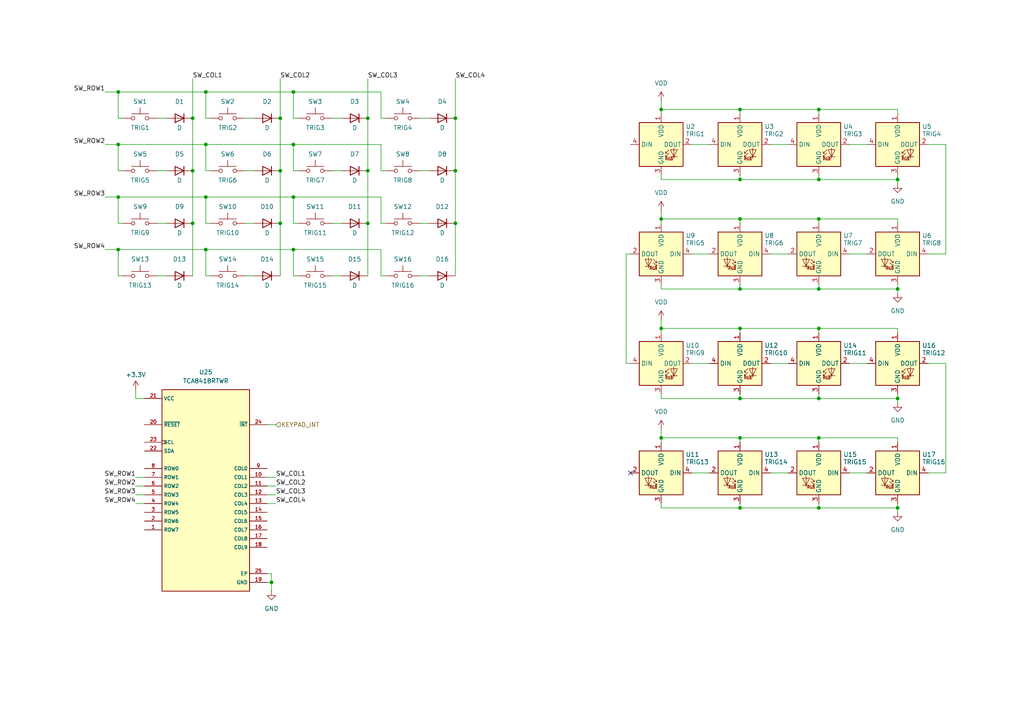
<source format=kicad_sch>
(kicad_sch (version 20250114) (generator "eeschema") (generator_version "9.0")
  (paper "A4")
  (lib_symbols
    (symbol "Device:D" (pin_numbers (hide yes)) (pin_names (offset 1.016) (hide yes))
      (property "Reference" "D" (at 0 2.54 0))
      (property "Value" "D" (at 0 -2.54 0))
      (symbol "D_0_1"
        (polyline (pts (xy -1.27 1.27) (xy -1.27 -1.27)) (stroke (width 0.254)))
        (polyline (pts (xy 1.27 1.27) (xy 1.27 -1.27) (xy -1.27 0) (xy 1.27 1.27)) (stroke (width 0.254)))
        (polyline (pts (xy 1.27 0) (xy -1.27 0)))
      )
      (symbol "D_1_1"
        (pin passive line (at -3.81 0 0) (length 2.54) (name "K") (number "1"))
        (pin passive line (at 3.81 0 180) (length 2.54) (name "A") (number "2"))
      )
    )
    (symbol "Switch:SW_Push" (pin_numbers (hide yes)) (pin_names (offset 1.016) (hide yes))
      (property "Reference" "SW" (at 1.27 2.54 0))
      (property "Value" "SW_Push" (at 0 -1.524 0))
      (symbol "SW_Push_0_1"
        (circle (center -2.032 0) (radius 0.508))
        (polyline (pts (xy 0 1.27) (xy 0 3.048)))
        (circle (center 2.032 0) (radius 0.508))
        (polyline (pts (xy 2.54 1.27) (xy -2.54 1.27)))
        (pin passive line (at -5.08 0 0) (length 2.54) (name "1") (number "1"))
        (pin passive line (at 5.08 0 180) (length 2.54) (name "2") (number "2"))
      )
    )
    (symbol "pocket_synth:SK6812MINI-E"
      (property "Reference" "U" (at 0 0 0))
      (symbol "SK6812MINI-E_0_0"
        (text "RGB" (at 2.286 -4.191 0) (effects (font (size 0.762 0.762))))
      )
      (symbol "SK6812MINI-E_0_1"
        (rectangle (start -6.35 6.35) (end 6.35 -6.35) (stroke (width 0.254)) (fill (type background)))
        (polyline (pts (xy 1.27 -2.54) (xy 1.778 -2.54)))
        (polyline (pts (xy 1.27 -3.556) (xy 1.778 -3.556)))
        (polyline (pts (xy 2.286 -1.524) (xy 1.27 -2.54) (xy 1.27 -2.032)))
        (polyline (pts (xy 2.286 -2.54) (xy 1.27 -3.556) (xy 1.27 -3.048)))
        (polyline (pts (xy 3.683 -1.016) (xy 3.683 -3.556) (xy 3.683 -4.064)))
        (polyline (pts (xy 4.699 -1.524) (xy 2.667 -1.524) (xy 3.683 -3.556) (xy 4.699 -1.524)))
        (polyline (pts (xy 4.699 -3.556) (xy 2.667 -3.556)))
      )
      (symbol "SK6812MINI-E_1_1"
        (pin input line (at -8.89 0 0) (length 2.54) (name "DIN") (number "4"))
        (pin power_in line (at 0 8.89 270) (length 2.54) (name "VDD") (number "1"))
        (pin power_in line (at 0 -8.89 90) (length 2.54) (name "GND") (number "3"))
        (pin output line (at 8.89 0 180) (length 2.54) (name "DOUT") (number "2"))
      )
    )
    (symbol "pocket_synth:TCA8418RTWR"
      (property "Reference" "U" (at 0 0 0))
      (property "Value" "TCA8418RTWR" (at 0 0 0))
      (symbol "TCA8418RTWR_0_0"
        (rectangle (start -12.7 29.21) (end 12.7 -29.21) (stroke (width 0.254)) (fill (type background)))
        (pin power_in line (at -17.78 26.67 0) (length 5.08) (name "VCC") (number "21"))
        (pin input line (at -17.78 19.05 0) (length 5.08) (name "~{RESET}") (number "20"))
        (pin input clock (at -17.78 13.97 0) (length 5.08) (name "SCL") (number "23"))
        (pin bidirectional line (at -17.78 11.43 0) (length 5.08) (name "SDA") (number "22"))
        (pin bidirectional line (at -17.78 6.35 0) (length 5.08) (name "ROW0") (number "8"))
        (pin bidirectional line (at -17.78 3.81 0) (length 5.08) (name "ROW1") (number "7"))
        (pin bidirectional line (at -17.78 1.27 0) (length 5.08) (name "ROW2") (number "6"))
        (pin bidirectional line (at -17.78 -1.27 0) (length 5.08) (name "ROW3") (number "5"))
        (pin bidirectional line (at -17.78 -3.81 0) (length 5.08) (name "ROW4") (number "4"))
        (pin bidirectional line (at -17.78 -6.35 0) (length 5.08) (name "ROW5") (number "3"))
        (pin bidirectional line (at -17.78 -8.89 0) (length 5.08) (name "ROW6") (number "2"))
        (pin bidirectional line (at -17.78 -11.43 0) (length 5.08) (name "ROW7") (number "1"))
        (pin output line (at 17.78 19.05 180) (length 5.08) (name "~{INT}") (number "24"))
        (pin bidirectional line (at 17.78 6.35 180) (length 5.08) (name "COL0") (number "9"))
        (pin bidirectional line (at 17.78 3.81 180) (length 5.08) (name "COL1") (number "10"))
        (pin bidirectional line (at 17.78 1.27 180) (length 5.08) (name "COL2") (number "11"))
        (pin bidirectional line (at 17.78 -1.27 180) (length 5.08) (name "COL3") (number "12"))
        (pin bidirectional line (at 17.78 -3.81 180) (length 5.08) (name "COL4") (number "13"))
        (pin bidirectional line (at 17.78 -6.35 180) (length 5.08) (name "COL5") (number "14"))
        (pin bidirectional line (at 17.78 -8.89 180) (length 5.08) (name "COL6") (number "15"))
        (pin bidirectional line (at 17.78 -11.43 180) (length 5.08) (name "COL7") (number "16"))
        (pin bidirectional line (at 17.78 -13.97 180) (length 5.08) (name "COL8") (number "17"))
        (pin bidirectional line (at 17.78 -16.51 180) (length 5.08) (name "COL9") (number "18"))
        (pin passive line (at 17.78 -24.13 180) (length 5.08) (name "EP") (number "25"))
        (pin power_in line (at 17.78 -26.67 180) (length 5.08) (name "GND") (number "19"))
      )
    )
    (symbol "power:+3.3V" (power) (pin_numbers (hide yes)) (pin_names (offset 0) (hide yes))
      (property "Value" "+3.3V" (at 0 3.556 0))
      (symbol "+3.3V_0_1"
        (polyline (pts (xy -0.762 1.27) (xy 0 2.54)))
        (polyline (pts (xy 0 2.54) (xy 0.762 1.27)))
        (polyline (pts (xy 0 0) (xy 0 2.54)))
      )
      (symbol "+3.3V_1_1"
        (pin power_in line (at 0 0 90) (length 0) (name "~") (number "1"))
      )
    )
    (symbol "power:GND" (power) (pin_numbers (hide yes)) (pin_names (offset 0) (hide yes))
      (property "Value" "GND" (at 0 -3.81 0))
      (symbol "GND_0_1"
        (polyline (pts (xy 0 0) (xy 0 -1.27) (xy 1.27 -1.27) (xy 0 -2.54) (xy -1.27 -1.27) (xy 0 -1.27)))
      )
      (symbol "GND_1_1"
        (pin power_in line (at 0 0 270) (length 0) (name "~") (number "1"))
      )
    )
    (symbol "power:VDD" (power) (pin_numbers (hide yes)) (pin_names (offset 0) (hide yes))
      (property "Value" "VDD" (at 0 3.556 0))
      (symbol "VDD_0_1"
        (polyline (pts (xy -0.762 1.27) (xy 0 2.54)))
        (polyline (pts (xy 0 2.54) (xy 0.762 1.27)))
        (polyline (pts (xy 0 0) (xy 0 2.54)))
      )
      (symbol "VDD_1_1"
        (pin power_in line (at 0 0 90) (length 0) (name "~") (number "1"))
      )
    )
  )
  (junction (at 34.29 26.67))
  (junction (at 260.35 52.07))
  (junction (at 214.63 127))
  (junction (at 106.68 49.53))
  (junction (at 237.49 127))
  (junction (at 85.09 72.39))
  (junction (at 214.63 95.25))
  (junction (at 260.35 147.32))
  (junction (at 55.88 64.77))
  (junction (at 191.77 63.5))
  (junction (at 59.69 41.91))
  (junction (at 191.77 31.75))
  (junction (at 260.35 115.57))
  (junction (at 106.68 34.29))
  (junction (at 55.88 49.53))
  (junction (at 59.69 57.15))
  (junction (at 55.88 34.29))
  (junction (at 214.63 63.5))
  (junction (at 34.29 41.91))
  (junction (at 214.63 115.57))
  (junction (at 132.08 49.53))
  (junction (at 260.35 83.82))
  (junction (at 237.49 147.32))
  (junction (at 34.29 57.15))
  (junction (at 237.49 52.07))
  (junction (at 59.69 72.39))
  (junction (at 132.08 34.29))
  (junction (at 85.09 41.91))
  (junction (at 237.49 31.75))
  (junction (at 237.49 115.57))
  (junction (at 191.77 127))
  (junction (at 81.28 34.29))
  (junction (at 214.63 83.82))
  (junction (at 214.63 52.07))
  (junction (at 59.69 26.67))
  (junction (at 106.68 64.77))
  (junction (at 191.77 95.25))
  (junction (at 214.63 31.75))
  (junction (at 81.28 49.53))
  (junction (at 85.09 57.15))
  (junction (at 34.29 72.39))
  (junction (at 237.49 83.82))
  (junction (at 237.49 95.25))
  (junction (at 78.74 168.91))
  (junction (at 132.08 64.77))
  (junction (at 81.28 64.77))
  (junction (at 237.49 63.5))
  (junction (at 85.09 26.67))
  (junction (at 214.63 147.32))
  (no_connect (at 182.88 137.16))
  (wire (pts (xy 59.69 41.91) (xy 59.69 49.53)))
  (wire (pts (xy 86.36 80.01) (xy 85.09 80.01)))
  (wire (pts (xy 85.09 26.67) (xy 85.09 34.29)))
  (wire (pts (xy 45.72 34.29) (xy 48.26 34.29)))
  (wire (pts (xy 71.12 34.29) (xy 73.66 34.29)))
  (wire (pts (xy 191.77 95.25) (xy 191.77 96.52)))
  (wire (pts (xy 86.36 64.77) (xy 85.09 64.77)))
  (wire (pts (xy 34.29 72.39) (xy 34.29 80.01)))
  (wire (pts (xy 274.32 105.41) (xy 274.32 137.16)))
  (wire (pts (xy 110.49 72.39) (xy 110.49 80.01)))
  (wire (pts (xy 41.91 115.57) (xy 39.37 115.57)))
  (wire (pts (xy 191.77 52.07) (xy 214.63 52.07)))
  (wire (pts (xy 191.77 82.55) (xy 191.77 83.82)))
  (wire (pts (xy 214.63 82.55) (xy 214.63 83.82)))
  (wire (pts (xy 191.77 95.25) (xy 214.63 95.25)))
  (wire (pts (xy 71.12 49.53) (xy 73.66 49.53)))
  (wire (pts (xy 251.46 137.16) (xy 246.38 137.16)))
  (wire (pts (xy 274.32 41.91) (xy 274.32 73.66)))
  (wire (pts (xy 77.47 168.91) (xy 78.74 168.91)))
  (wire (pts (xy 237.49 31.75) (xy 260.35 31.75)))
  (wire (pts (xy 55.88 22.86) (xy 55.88 34.29)))
  (wire (pts (xy 59.69 57.15) (xy 85.09 57.15)))
  (wire (pts (xy 237.49 95.25) (xy 260.35 95.25)))
  (wire (pts (xy 200.66 105.41) (xy 205.74 105.41)))
  (wire (pts (xy 214.63 95.25) (xy 237.49 95.25)))
  (wire (pts (xy 200.66 41.91) (xy 205.74 41.91)))
  (wire (pts (xy 121.92 80.01) (xy 124.46 80.01)))
  (wire (pts (xy 269.24 41.91) (xy 274.32 41.91)))
  (wire (pts (xy 260.35 31.75) (xy 260.35 33.02)))
  (wire (pts (xy 110.49 26.67) (xy 110.49 34.29)))
  (wire (pts (xy 30.48 26.67) (xy 34.29 26.67)))
  (wire (pts (xy 191.77 60.96) (xy 191.77 63.5)))
  (wire (pts (xy 191.77 50.8) (xy 191.77 52.07)))
  (wire (pts (xy 214.63 31.75) (xy 237.49 31.75)))
  (wire (pts (xy 260.35 147.32) (xy 260.35 148.59)))
  (wire (pts (xy 85.09 41.91) (xy 85.09 49.53)))
  (wire (pts (xy 45.72 64.77) (xy 48.26 64.77)))
  (wire (pts (xy 39.37 146.05) (xy 41.91 146.05)))
  (wire (pts (xy 214.63 146.05) (xy 214.63 147.32)))
  (wire (pts (xy 30.48 72.39) (xy 34.29 72.39)))
  (wire (pts (xy 274.32 137.16) (xy 269.24 137.16)))
  (wire (pts (xy 55.88 34.29) (xy 55.88 49.53)))
  (wire (pts (xy 181.61 105.41) (xy 182.88 105.41)))
  (wire (pts (xy 45.72 80.01) (xy 48.26 80.01)))
  (wire (pts (xy 121.92 64.77) (xy 124.46 64.77)))
  (wire (pts (xy 121.92 49.53) (xy 124.46 49.53)))
  (wire (pts (xy 269.24 105.41) (xy 274.32 105.41)))
  (wire (pts (xy 237.49 52.07) (xy 260.35 52.07)))
  (wire (pts (xy 214.63 147.32) (xy 237.49 147.32)))
  (wire (pts (xy 96.52 80.01) (xy 99.06 80.01)))
  (wire (pts (xy 35.56 49.53) (xy 34.29 49.53)))
  (wire (pts (xy 237.49 127) (xy 260.35 127)))
  (wire (pts (xy 77.47 166.37) (xy 78.74 166.37)))
  (wire (pts (xy 81.28 34.29) (xy 81.28 49.53)))
  (wire (pts (xy 59.69 41.91) (xy 85.09 41.91)))
  (wire (pts (xy 55.88 64.77) (xy 55.88 80.01)))
  (wire (pts (xy 71.12 64.77) (xy 73.66 64.77)))
  (wire (pts (xy 274.32 73.66) (xy 269.24 73.66)))
  (wire (pts (xy 260.35 146.05) (xy 260.35 147.32)))
  (wire (pts (xy 121.92 34.29) (xy 124.46 34.29)))
  (wire (pts (xy 59.69 26.67) (xy 85.09 26.67)))
  (wire (pts (xy 30.48 57.15) (xy 34.29 57.15)))
  (wire (pts (xy 96.52 64.77) (xy 99.06 64.77)))
  (wire (pts (xy 34.29 41.91) (xy 59.69 41.91)))
  (wire (pts (xy 59.69 72.39) (xy 59.69 80.01)))
  (wire (pts (xy 77.47 146.05) (xy 80.01 146.05)))
  (wire (pts (xy 237.49 95.25) (xy 237.49 96.52)))
  (wire (pts (xy 106.68 49.53) (xy 106.68 64.77)))
  (wire (pts (xy 191.77 92.71) (xy 191.77 95.25)))
  (wire (pts (xy 34.29 72.39) (xy 59.69 72.39)))
  (wire (pts (xy 181.61 73.66) (xy 181.61 105.41)))
  (wire (pts (xy 214.63 127) (xy 214.63 128.27)))
  (wire (pts (xy 59.69 26.67) (xy 59.69 34.29)))
  (wire (pts (xy 35.56 64.77) (xy 34.29 64.77)))
  (wire (pts (xy 237.49 127) (xy 237.49 128.27)))
  (wire (pts (xy 182.88 73.66) (xy 181.61 73.66)))
  (wire (pts (xy 132.08 22.86) (xy 132.08 34.29)))
  (wire (pts (xy 81.28 22.86) (xy 81.28 34.29)))
  (wire (pts (xy 260.35 95.25) (xy 260.35 96.52)))
  (wire (pts (xy 60.96 80.01) (xy 59.69 80.01)))
  (wire (pts (xy 106.68 64.77) (xy 106.68 80.01)))
  (wire (pts (xy 214.63 52.07) (xy 237.49 52.07)))
  (wire (pts (xy 85.09 57.15) (xy 85.09 64.77)))
  (wire (pts (xy 191.77 127) (xy 191.77 128.27)))
  (wire (pts (xy 214.63 63.5) (xy 237.49 63.5)))
  (wire (pts (xy 35.56 80.01) (xy 34.29 80.01)))
  (wire (pts (xy 34.29 57.15) (xy 59.69 57.15)))
  (wire (pts (xy 96.52 34.29) (xy 99.06 34.29)))
  (wire (pts (xy 214.63 115.57) (xy 237.49 115.57)))
  (wire (pts (xy 214.63 114.3) (xy 214.63 115.57)))
  (wire (pts (xy 228.6 137.16) (xy 223.52 137.16)))
  (wire (pts (xy 85.09 26.67) (xy 110.49 26.67)))
  (wire (pts (xy 223.52 41.91) (xy 228.6 41.91)))
  (wire (pts (xy 30.48 41.91) (xy 34.29 41.91)))
  (wire (pts (xy 191.77 146.05) (xy 191.77 147.32)))
  (wire (pts (xy 85.09 72.39) (xy 110.49 72.39)))
  (wire (pts (xy 228.6 73.66) (xy 223.52 73.66)))
  (wire (pts (xy 205.74 73.66) (xy 200.66 73.66)))
  (wire (pts (xy 45.72 49.53) (xy 48.26 49.53)))
  (wire (pts (xy 260.35 114.3) (xy 260.35 115.57)))
  (wire (pts (xy 260.35 115.57) (xy 260.35 116.84)))
  (wire (pts (xy 191.77 31.75) (xy 191.77 33.02)))
  (wire (pts (xy 191.77 114.3) (xy 191.77 115.57)))
  (wire (pts (xy 86.36 34.29) (xy 85.09 34.29)))
  (wire (pts (xy 39.37 138.43) (xy 41.91 138.43)))
  (wire (pts (xy 191.77 31.75) (xy 214.63 31.75)))
  (wire (pts (xy 237.49 146.05) (xy 237.49 147.32)))
  (wire (pts (xy 85.09 57.15) (xy 110.49 57.15)))
  (wire (pts (xy 78.74 166.37) (xy 78.74 168.91)))
  (wire (pts (xy 34.29 26.67) (xy 59.69 26.67)))
  (wire (pts (xy 237.49 31.75) (xy 237.49 33.02)))
  (wire (pts (xy 71.12 80.01) (xy 73.66 80.01)))
  (wire (pts (xy 214.63 50.8) (xy 214.63 52.07)))
  (wire (pts (xy 39.37 143.51) (xy 41.91 143.51)))
  (wire (pts (xy 237.49 83.82) (xy 260.35 83.82)))
  (wire (pts (xy 214.63 95.25) (xy 214.63 96.52)))
  (wire (pts (xy 191.77 63.5) (xy 214.63 63.5)))
  (wire (pts (xy 191.77 63.5) (xy 191.77 64.77)))
  (wire (pts (xy 214.63 83.82) (xy 237.49 83.82)))
  (wire (pts (xy 60.96 34.29) (xy 59.69 34.29)))
  (wire (pts (xy 237.49 50.8) (xy 237.49 52.07)))
  (wire (pts (xy 260.35 52.07) (xy 260.35 53.34)))
  (wire (pts (xy 246.38 41.91) (xy 251.46 41.91)))
  (wire (pts (xy 86.36 49.53) (xy 85.09 49.53)))
  (wire (pts (xy 260.35 82.55) (xy 260.35 83.82)))
  (wire (pts (xy 110.49 41.91) (xy 110.49 49.53)))
  (wire (pts (xy 85.09 41.91) (xy 110.49 41.91)))
  (wire (pts (xy 251.46 73.66) (xy 246.38 73.66)))
  (wire (pts (xy 214.63 31.75) (xy 214.63 33.02)))
  (wire (pts (xy 132.08 34.29) (xy 132.08 49.53)))
  (wire (pts (xy 132.08 49.53) (xy 132.08 64.77)))
  (wire (pts (xy 205.74 137.16) (xy 200.66 137.16)))
  (wire (pts (xy 260.35 127) (xy 260.35 128.27)))
  (wire (pts (xy 191.77 124.46) (xy 191.77 127)))
  (wire (pts (xy 214.63 127) (xy 237.49 127)))
  (wire (pts (xy 60.96 49.53) (xy 59.69 49.53)))
  (wire (pts (xy 111.76 49.53) (xy 110.49 49.53)))
  (wire (pts (xy 111.76 64.77) (xy 110.49 64.77)))
  (wire (pts (xy 77.47 138.43) (xy 80.01 138.43)))
  (wire (pts (xy 237.49 114.3) (xy 237.49 115.57)))
  (wire (pts (xy 111.76 34.29) (xy 110.49 34.29)))
  (wire (pts (xy 96.52 49.53) (xy 99.06 49.53)))
  (wire (pts (xy 260.35 50.8) (xy 260.35 52.07)))
  (wire (pts (xy 39.37 140.97) (xy 41.91 140.97)))
  (wire (pts (xy 78.74 168.91) (xy 78.74 171.45)))
  (wire (pts (xy 237.49 63.5) (xy 237.49 64.77)))
  (wire (pts (xy 77.47 123.19) (xy 80.01 123.19)))
  (wire (pts (xy 237.49 147.32) (xy 260.35 147.32)))
  (wire (pts (xy 237.49 115.57) (xy 260.35 115.57)))
  (wire (pts (xy 223.52 105.41) (xy 228.6 105.41)))
  (wire (pts (xy 191.77 127) (xy 214.63 127)))
  (wire (pts (xy 34.29 57.15) (xy 34.29 64.77)))
  (wire (pts (xy 214.63 63.5) (xy 214.63 64.77)))
  (wire (pts (xy 237.49 82.55) (xy 237.49 83.82)))
  (wire (pts (xy 191.77 115.57) (xy 214.63 115.57)))
  (wire (pts (xy 59.69 57.15) (xy 59.69 64.77)))
  (wire (pts (xy 39.37 113.03) (xy 39.37 115.57)))
  (wire (pts (xy 85.09 72.39) (xy 85.09 80.01)))
  (wire (pts (xy 81.28 64.77) (xy 81.28 80.01)))
  (wire (pts (xy 246.38 105.41) (xy 251.46 105.41)))
  (wire (pts (xy 55.88 49.53) (xy 55.88 64.77)))
  (wire (pts (xy 59.69 72.39) (xy 85.09 72.39)))
  (wire (pts (xy 191.77 83.82) (xy 214.63 83.82)))
  (wire (pts (xy 132.08 64.77) (xy 132.08 80.01)))
  (wire (pts (xy 191.77 147.32) (xy 214.63 147.32)))
  (wire (pts (xy 110.49 57.15) (xy 110.49 64.77)))
  (wire (pts (xy 81.28 49.53) (xy 81.28 64.77)))
  (wire (pts (xy 111.76 80.01) (xy 110.49 80.01)))
  (wire (pts (xy 77.47 140.97) (xy 80.01 140.97)))
  (wire (pts (xy 237.49 63.5) (xy 260.35 63.5)))
  (wire (pts (xy 191.77 29.21) (xy 191.77 31.75)))
  (wire (pts (xy 34.29 41.91) (xy 34.29 49.53)))
  (wire (pts (xy 77.47 143.51) (xy 80.01 143.51)))
  (wire (pts (xy 35.56 34.29) (xy 34.29 34.29)))
  (wire (pts (xy 260.35 83.82) (xy 260.35 85.09)))
  (wire (pts (xy 60.96 64.77) (xy 59.69 64.77)))
  (wire (pts (xy 260.35 63.5) (xy 260.35 64.77)))
  (wire (pts (xy 106.68 34.29) (xy 106.68 49.53)))
  (wire (pts (xy 106.68 22.86) (xy 106.68 34.29)))
  (wire (pts (xy 34.29 26.67) (xy 34.29 34.29)))
  (label "SW_ROW1" (at 30.48 26.67 180))
  (label "SW_ROW1" (at 39.37 138.43 180))
  (label "SW_ROW4" (at 39.37 146.05 180))
  (label "SW_COL1" (at 80.01 138.43 0))
  (label "SW_COL3" (at 106.68 22.86 0))
  (label "SW_ROW3" (at 30.48 57.15 180))
  (label "SW_COL4" (at 132.08 22.86 0))
  (label "SW_COL4" (at 80.01 146.05 0))
  (label "SW_COL2" (at 80.01 140.97 0))
  (label "SW_COL2" (at 81.28 22.86 0))
  (label "SW_ROW2" (at 39.37 140.97 180))
  (label "SW_COL3" (at 80.01 143.51 0))
  (label "SW_ROW4" (at 30.48 72.39 180))
  (label "SW_ROW2" (at 30.48 41.91 180))
  (label "SW_ROW3" (at 39.37 143.51 180))
  (label "SW_COL1" (at 55.88 22.86 0))
  (hierarchical_label "KEYPAD_INT" (shape input) (at 80.01 123.19 0))
  (symbol (lib_id "Device:D") (at 77.47 34.29 180) (unit 1)
    (property "Reference" "D2" (at 77.47 29.464 0))
    (property "Value" "D" (at 77.47 37.084 0))
    (property "Footprint" "Diode_SMD:D_0603_1608Metric_Pad1.05x0.95mm_HandSolder" (effects (hide yes)))
    (property "Description" "Diode" (effects (hide yes)))
    (property "Sim.Device" "D" (effects (hide yes)))
    (property "Sim.Pins" "1=K 2=A" (effects (hide yes)))
  )
  (symbol (lib_id "pocket_synth:SK6812MINI-E") (at 214.63 73.66 0) (mirror y) (unit 1)
    (property "Reference" "U8" (at 221.742 68.326 0) (effects (justify right)))
    (property "Value" "TRIG6" (at 221.742 70.4851 0) (effects (justify right)))
    (property "Footprint" "pocket_synth:SK6812MINI-E" (effects (hide yes)))
    (property "Datasheet" "https://cdn-shop.adafruit.com/product-files/4960/4960_SK6812MINI-E_REV02_EN.pdf" (effects (hide yes)))
  )
  (symbol (lib_id "pocket_synth:SK6812MINI-E") (at 191.77 105.41 0) (unit 1)
    (property "Reference" "U10" (at 198.882 100.2029 0) (effects (justify left)))
    (property "Value" "TRIG9" (at 198.882 102.362 0) (effects (justify left)))
    (property "Footprint" "pocket_synth:SK6812MINI-E" (effects (hide yes)))
    (property "Datasheet" "https://cdn-shop.adafruit.com/product-files/4960/4960_SK6812MINI-E_REV02_EN.pdf" (effects (hide yes)))
  )
  (symbol (lib_id "power:GND") (at 260.35 116.84 0) (unit 1)
    (property "Reference" "#PWR032" (effects (hide yes)))
    (property "Value" "GND" (at 260.35 121.92 0))
    (property "Description" "Power symbol creates a global label with name \"GND\" , ground" (effects (hide yes)))
  )
  (symbol (lib_id "power:VDD") (at 191.77 124.46 0) (mirror y) (unit 1)
    (property "Reference" "#PWR021" (effects (hide yes)))
    (property "Value" "VDD" (at 191.77 119.38 0))
    (property "Description" "Power symbol creates a global label with name \"VDD\"" (effects (hide yes)))
  )
  (symbol (lib_id "pocket_synth:SK6812MINI-E") (at 260.35 41.91 0) (unit 1)
    (property "Reference" "U5" (at 267.462 36.7029 0) (effects (justify left)))
    (property "Value" "TRIG4" (at 267.462 38.862 0) (effects (justify left)))
    (property "Footprint" "pocket_synth:SK6812MINI-E" (effects (hide yes)))
    (property "Datasheet" "https://cdn-shop.adafruit.com/product-files/4960/4960_SK6812MINI-E_REV02_EN.pdf" (effects (hide yes)))
  )
  (symbol (lib_id "Device:D") (at 102.87 49.53 180) (unit 1)
    (property "Reference" "D7" (at 102.87 44.704 0))
    (property "Value" "D" (at 102.87 52.324 0))
    (property "Footprint" "Diode_SMD:D_0603_1608Metric_Pad1.05x0.95mm_HandSolder" (effects (hide yes)))
    (property "Description" "Diode" (effects (hide yes)))
    (property "Sim.Device" "D" (effects (hide yes)))
    (property "Sim.Pins" "1=K 2=A" (effects (hide yes)))
  )
  (symbol (lib_id "Switch:SW_Push") (at 66.04 49.53 0) (unit 1)
    (property "Reference" "SW6" (at 66.04 44.704 0))
    (property "Value" "TRIG6" (at 66.04 51.562 0) (effects (justify top)))
    (property "Footprint" "pocket_synth:SW_Hotswap_Kailh_Choc_V1V2_Plated_1.00u" (effects (hide yes)))
    (property "Description" "Push button switch, generic, two pins" (effects (hide yes)))
  )
  (symbol (lib_id "pocket_synth:SK6812MINI-E") (at 237.49 41.91 0) (unit 1)
    (property "Reference" "U4" (at 244.602 36.7029 0) (effects (justify left)))
    (property "Value" "TRIG3" (at 244.602 38.862 0) (effects (justify left)))
    (property "Footprint" "pocket_synth:SK6812MINI-E" (effects (hide yes)))
    (property "Datasheet" "https://cdn-shop.adafruit.com/product-files/4960/4960_SK6812MINI-E_REV02_EN.pdf" (effects (hide yes)))
  )
  (symbol (lib_id "power:+3.3V") (at 39.37 113.03 0) (unit 1)
    (property "Reference" "#PWR0125" (effects (hide yes)))
    (property "Value" "+3.3V" (at 39.37 108.712 0))
    (property "Description" "Power symbol creates a global label with name \"+3.3V\"" (effects (hide yes)))
  )
  (symbol (lib_id "pocket_synth:SK6812MINI-E") (at 237.49 137.16 0) (mirror y) (unit 1)
    (property "Reference" "U15" (at 244.602 131.826 0) (effects (justify right)))
    (property "Value" "TRIG15" (at 244.602 133.9851 0) (effects (justify right)))
    (property "Footprint" "pocket_synth:SK6812MINI-E" (effects (hide yes)))
    (property "Datasheet" "https://cdn-shop.adafruit.com/product-files/4960/4960_SK6812MINI-E_REV02_EN.pdf" (effects (hide yes)))
  )
  (symbol (lib_id "pocket_synth:TCA8418RTWR") (at 59.69 142.24 0) (unit 1)
    (property "Reference" "U25" (at 59.69 107.95 0))
    (property "Value" "TCA8418RTWR" (at 59.69 110.49 0))
    (property "Footprint" "Package_DFN_QFN:WQFN-24-1EP_4x4mm_P0.5mm_EP2.45x2.45mm" (effects (hide yes)))
    (property "Datasheet" "https://www.ti.com/lit/ds/symlink/tca8418.pdf?ts=1754456323928" (effects (hide yes)))
  )
  (symbol (lib_id "pocket_synth:SK6812MINI-E") (at 260.35 73.66 0) (mirror y) (unit 1)
    (property "Reference" "U6" (at 267.462 68.326 0) (effects (justify right)))
    (property "Value" "TRIG8" (at 267.462 70.4851 0) (effects (justify right)))
    (property "Footprint" "pocket_synth:SK6812MINI-E" (effects (hide yes)))
    (property "Datasheet" "https://cdn-shop.adafruit.com/product-files/4960/4960_SK6812MINI-E_REV02_EN.pdf" (effects (hide yes)))
  )
  (symbol (lib_id "power:VDD") (at 191.77 92.71 0) (unit 1)
    (property "Reference" "#PWR019" (effects (hide yes)))
    (property "Value" "VDD" (at 191.77 87.63 0))
    (property "Description" "Power symbol creates a global label with name \"VDD\"" (effects (hide yes)))
  )
  (symbol (lib_id "Device:D") (at 128.27 64.77 180) (unit 1)
    (property "Reference" "D12" (at 128.27 59.944 0))
    (property "Value" "D" (at 128.27 67.564 0))
    (property "Footprint" "Diode_SMD:D_0603_1608Metric_Pad1.05x0.95mm_HandSolder" (effects (hide yes)))
    (property "Description" "Diode" (effects (hide yes)))
    (property "Sim.Device" "D" (effects (hide yes)))
    (property "Sim.Pins" "1=K 2=A" (effects (hide yes)))
  )
  (symbol (lib_id "power:GND") (at 260.35 148.59 0) (mirror y) (unit 1)
    (property "Reference" "#PWR034" (effects (hide yes)))
    (property "Value" "GND" (at 260.35 153.67 0))
    (property "Description" "Power symbol creates a global label with name \"GND\" , ground" (effects (hide yes)))
  )
  (symbol (lib_id "pocket_synth:SK6812MINI-E") (at 191.77 137.16 0) (mirror y) (unit 1)
    (property "Reference" "U11" (at 198.882 131.826 0) (effects (justify right)))
    (property "Value" "TRIG13" (at 198.882 133.9851 0) (effects (justify right)))
    (property "Footprint" "pocket_synth:SK6812MINI-E" (effects (hide yes)))
    (property "Datasheet" "https://cdn-shop.adafruit.com/product-files/4960/4960_SK6812MINI-E_REV02_EN.pdf" (effects (hide yes)))
  )
  (symbol (lib_id "Device:D") (at 52.07 34.29 180) (unit 1)
    (property "Reference" "D1" (at 52.07 29.464 0))
    (property "Value" "D" (at 52.07 37.084 0))
    (property "Footprint" "Diode_SMD:D_0603_1608Metric_Pad1.05x0.95mm_HandSolder" (effects (hide yes)))
    (property "Description" "Diode" (effects (hide yes)))
    (property "Sim.Device" "D" (effects (hide yes)))
    (property "Sim.Pins" "1=K 2=A" (effects (hide yes)))
  )
  (symbol (lib_id "Switch:SW_Push") (at 40.64 80.01 0) (unit 1)
    (property "Reference" "SW13" (at 40.64 75.184 0))
    (property "Value" "TRIG13" (at 40.64 82.042 0) (effects (justify top)))
    (property "Footprint" "pocket_synth:SW_Hotswap_Kailh_Choc_V1V2_Plated_1.00u" (effects (hide yes)))
    (property "Description" "Push button switch, generic, two pins" (effects (hide yes)))
  )
  (symbol (lib_id "Switch:SW_Push") (at 91.44 64.77 0) (unit 1)
    (property "Reference" "SW11" (at 91.44 59.944 0))
    (property "Value" "TRIG11" (at 91.44 66.802 0) (effects (justify top)))
    (property "Footprint" "pocket_synth:SW_Hotswap_Kailh_Choc_V1V2_Plated_1.00u" (effects (hide yes)))
    (property "Description" "Push button switch, generic, two pins" (effects (hide yes)))
  )
  (symbol (lib_id "Switch:SW_Push") (at 116.84 34.29 0) (unit 1)
    (property "Reference" "SW4" (at 116.84 29.464 0))
    (property "Value" "TRIG4" (at 116.84 36.322 0) (effects (justify top)))
    (property "Footprint" "pocket_synth:SW_Hotswap_Kailh_Choc_V1V2_Plated_1.00u" (effects (hide yes)))
    (property "Description" "Push button switch, generic, two pins" (effects (hide yes)))
  )
  (symbol (lib_id "Switch:SW_Push") (at 91.44 80.01 0) (unit 1)
    (property "Reference" "SW15" (at 91.44 75.184 0))
    (property "Value" "TRIG15" (at 91.44 82.042 0) (effects (justify top)))
    (property "Footprint" "pocket_synth:SW_Hotswap_Kailh_Choc_V1V2_Plated_1.00u" (effects (hide yes)))
    (property "Description" "Push button switch, generic, two pins" (effects (hide yes)))
  )
  (symbol (lib_id "pocket_synth:SK6812MINI-E") (at 191.77 73.66 0) (mirror y) (unit 1)
    (property "Reference" "U9" (at 198.882 68.326 0) (effects (justify right)))
    (property "Value" "TRIG5" (at 198.882 70.4851 0) (effects (justify right)))
    (property "Footprint" "pocket_synth:SK6812MINI-E" (effects (hide yes)))
    (property "Datasheet" "https://cdn-shop.adafruit.com/product-files/4960/4960_SK6812MINI-E_REV02_EN.pdf" (effects (hide yes)))
  )
  (symbol (lib_id "power:GND") (at 78.74 171.45 0) (unit 1)
    (property "Reference" "#PWR011" (effects (hide yes)))
    (property "Value" "GND" (at 78.74 176.53 0))
    (property "Description" "Power symbol creates a global label with name \"GND\" , ground" (effects (hide yes)))
  )
  (symbol (lib_id "Device:D") (at 77.47 49.53 180) (unit 1)
    (property "Reference" "D6" (at 77.47 44.704 0))
    (property "Value" "D" (at 77.47 52.324 0))
    (property "Footprint" "Diode_SMD:D_0603_1608Metric_Pad1.05x0.95mm_HandSolder" (effects (hide yes)))
    (property "Description" "Diode" (effects (hide yes)))
    (property "Sim.Device" "D" (effects (hide yes)))
    (property "Sim.Pins" "1=K 2=A" (effects (hide yes)))
  )
  (symbol (lib_id "pocket_synth:SK6812MINI-E") (at 214.63 137.16 0) (mirror y) (unit 1)
    (property "Reference" "U13" (at 221.742 131.826 0) (effects (justify right)))
    (property "Value" "TRIG14" (at 221.742 133.9851 0) (effects (justify right)))
    (property "Footprint" "pocket_synth:SK6812MINI-E" (effects (hide yes)))
    (property "Datasheet" "https://cdn-shop.adafruit.com/product-files/4960/4960_SK6812MINI-E_REV02_EN.pdf" (effects (hide yes)))
  )
  (symbol (lib_id "Device:D") (at 77.47 80.01 180) (unit 1)
    (property "Reference" "D14" (at 77.47 75.184 0))
    (property "Value" "D" (at 77.47 82.804 0))
    (property "Footprint" "Diode_SMD:D_0603_1608Metric_Pad1.05x0.95mm_HandSolder" (effects (hide yes)))
    (property "Description" "Diode" (effects (hide yes)))
    (property "Sim.Device" "D" (effects (hide yes)))
    (property "Sim.Pins" "1=K 2=A" (effects (hide yes)))
  )
  (symbol (lib_id "Switch:SW_Push") (at 116.84 80.01 0) (unit 1)
    (property "Reference" "SW16" (at 116.84 75.184 0))
    (property "Value" "TRIG16" (at 116.84 82.042 0) (effects (justify top)))
    (property "Footprint" "pocket_synth:SW_Hotswap_Kailh_Choc_V1V2_Plated_1.00u" (effects (hide yes)))
    (property "Description" "Push button switch, generic, two pins" (effects (hide yes)))
  )
  (symbol (lib_id "pocket_synth:SK6812MINI-E") (at 237.49 73.66 0) (mirror y) (unit 1)
    (property "Reference" "U7" (at 244.602 68.326 0) (effects (justify right)))
    (property "Value" "TRIG7" (at 244.602 70.4851 0) (effects (justify right)))
    (property "Footprint" "pocket_synth:SK6812MINI-E" (effects (hide yes)))
    (property "Datasheet" "https://cdn-shop.adafruit.com/product-files/4960/4960_SK6812MINI-E_REV02_EN.pdf" (effects (hide yes)))
  )
  (symbol (lib_id "power:VDD") (at 191.77 29.21 0) (unit 1)
    (property "Reference" "#PWR03" (effects (hide yes)))
    (property "Value" "VDD" (at 191.77 24.13 0))
    (property "Description" "Power symbol creates a global label with name \"VDD\"" (effects (hide yes)))
  )
  (symbol (lib_id "Switch:SW_Push") (at 40.64 34.29 0) (unit 1)
    (property "Reference" "SW1" (at 40.64 29.464 0))
    (property "Value" "TRIG1" (at 40.64 36.322 0) (effects (justify top)))
    (property "Footprint" "pocket_synth:SW_Hotswap_Kailh_Choc_V1V2_Plated_1.00u" (effects (hide yes)))
    (property "Description" "Push button switch, generic, two pins" (effects (hide yes)))
  )
  (symbol (lib_id "Device:D") (at 52.07 80.01 180) (unit 1)
    (property "Reference" "D13" (at 52.07 75.184 0))
    (property "Value" "D" (at 52.07 82.804 0))
    (property "Footprint" "Diode_SMD:D_0603_1608Metric_Pad1.05x0.95mm_HandSolder" (effects (hide yes)))
    (property "Description" "Diode" (effects (hide yes)))
    (property "Sim.Device" "D" (effects (hide yes)))
    (property "Sim.Pins" "1=K 2=A" (effects (hide yes)))
  )
  (symbol (lib_id "pocket_synth:SK6812MINI-E") (at 260.35 105.41 0) (unit 1)
    (property "Reference" "U16" (at 267.462 100.2029 0) (effects (justify left)))
    (property "Value" "TRIG12" (at 267.462 102.362 0) (effects (justify left)))
    (property "Footprint" "pocket_synth:SK6812MINI-E" (effects (hide yes)))
    (property "Datasheet" "https://cdn-shop.adafruit.com/product-files/4960/4960_SK6812MINI-E_REV02_EN.pdf" (effects (hide yes)))
  )
  (symbol (lib_id "Switch:SW_Push") (at 116.84 49.53 0) (unit 1)
    (property "Reference" "SW8" (at 116.84 44.704 0))
    (property "Value" "TRIG8" (at 116.84 51.562 0) (effects (justify top)))
    (property "Footprint" "pocket_synth:SW_Hotswap_Kailh_Choc_V1V2_Plated_1.00u" (effects (hide yes)))
    (property "Description" "Push button switch, generic, two pins" (effects (hide yes)))
  )
  (symbol (lib_id "Switch:SW_Push") (at 116.84 64.77 0) (unit 1)
    (property "Reference" "SW12" (at 116.84 59.944 0))
    (property "Value" "TRIG12" (at 116.84 66.802 0) (effects (justify top)))
    (property "Footprint" "pocket_synth:SW_Hotswap_Kailh_Choc_V1V2_Plated_1.00u" (effects (hide yes)))
    (property "Description" "Push button switch, generic, two pins" (effects (hide yes)))
  )
  (symbol (lib_id "Device:D") (at 102.87 34.29 180) (unit 1)
    (property "Reference" "D3" (at 102.87 29.464 0))
    (property "Value" "D" (at 102.87 37.084 0))
    (property "Footprint" "Diode_SMD:D_0603_1608Metric_Pad1.05x0.95mm_HandSolder" (effects (hide yes)))
    (property "Description" "Diode" (effects (hide yes)))
    (property "Sim.Device" "D" (effects (hide yes)))
    (property "Sim.Pins" "1=K 2=A" (effects (hide yes)))
  )
  (symbol (lib_id "Switch:SW_Push") (at 66.04 80.01 0) (unit 1)
    (property "Reference" "SW14" (at 66.04 75.184 0))
    (property "Value" "TRIG14" (at 66.04 82.042 0) (effects (justify top)))
    (property "Footprint" "pocket_synth:SW_Hotswap_Kailh_Choc_V1V2_Plated_1.00u" (effects (hide yes)))
    (property "Description" "Push button switch, generic, two pins" (effects (hide yes)))
  )
  (symbol (lib_id "pocket_synth:SK6812MINI-E") (at 214.63 41.91 0) (unit 1)
    (property "Reference" "U3" (at 221.742 36.7029 0) (effects (justify left)))
    (property "Value" "TRIG2" (at 221.742 38.862 0) (effects (justify left)))
    (property "Footprint" "pocket_synth:SK6812MINI-E" (effects (hide yes)))
    (property "Datasheet" "https://cdn-shop.adafruit.com/product-files/4960/4960_SK6812MINI-E_REV02_EN.pdf" (effects (hide yes)))
  )
  (symbol (lib_id "pocket_synth:SK6812MINI-E") (at 214.63 105.41 0) (unit 1)
    (property "Reference" "U12" (at 221.742 100.2029 0) (effects (justify left)))
    (property "Value" "TRIG10" (at 221.742 102.362 0) (effects (justify left)))
    (property "Footprint" "pocket_synth:SK6812MINI-E" (effects (hide yes)))
    (property "Datasheet" "https://cdn-shop.adafruit.com/product-files/4960/4960_SK6812MINI-E_REV02_EN.pdf" (effects (hide yes)))
  )
  (symbol (lib_id "pocket_synth:SK6812MINI-E") (at 191.77 41.91 0) (unit 1)
    (property "Reference" "U2" (at 198.882 36.7029 0) (effects (justify left)))
    (property "Value" "TRIG1" (at 198.882 38.862 0) (effects (justify left)))
    (property "Footprint" "pocket_synth:SK6812MINI-E" (effects (hide yes)))
    (property "Datasheet" "https://cdn-shop.adafruit.com/product-files/4960/4960_SK6812MINI-E_REV02_EN.pdf" (effects (hide yes)))
  )
  (symbol (lib_id "Switch:SW_Push") (at 40.64 64.77 0) (unit 1)
    (property "Reference" "SW9" (at 40.64 59.944 0))
    (property "Value" "TRIG9" (at 40.64 66.802 0) (effects (justify top)))
    (property "Footprint" "pocket_synth:SW_Hotswap_Kailh_Choc_V1V2_Plated_1.00u" (effects (hide yes)))
    (property "Description" "Push button switch, generic, two pins" (effects (hide yes)))
  )
  (symbol (lib_id "Device:D") (at 102.87 64.77 180) (unit 1)
    (property "Reference" "D11" (at 102.87 59.944 0))
    (property "Value" "D" (at 102.87 67.564 0))
    (property "Footprint" "Diode_SMD:D_0603_1608Metric_Pad1.05x0.95mm_HandSolder" (effects (hide yes)))
    (property "Description" "Diode" (effects (hide yes)))
    (property "Sim.Device" "D" (effects (hide yes)))
    (property "Sim.Pins" "1=K 2=A" (effects (hide yes)))
  )
  (symbol (lib_id "Device:D") (at 102.87 80.01 180) (unit 1)
    (property "Reference" "D15" (at 102.87 75.184 0))
    (property "Value" "D" (at 102.87 82.804 0))
    (property "Footprint" "Diode_SMD:D_0603_1608Metric_Pad1.05x0.95mm_HandSolder" (effects (hide yes)))
    (property "Description" "Diode" (effects (hide yes)))
    (property "Sim.Device" "D" (effects (hide yes)))
    (property "Sim.Pins" "1=K 2=A" (effects (hide yes)))
  )
  (symbol (lib_id "pocket_synth:SK6812MINI-E") (at 260.35 137.16 0) (mirror y) (unit 1)
    (property "Reference" "U17" (at 267.462 131.826 0) (effects (justify right)))
    (property "Value" "TRIG16" (at 267.462 133.9851 0) (effects (justify right)))
    (property "Footprint" "pocket_synth:SK6812MINI-E" (effects (hide yes)))
    (property "Datasheet" "https://cdn-shop.adafruit.com/product-files/4960/4960_SK6812MINI-E_REV02_EN.pdf" (effects (hide yes)))
  )
  (symbol (lib_id "power:GND") (at 260.35 85.09 0) (mirror y) (unit 1)
    (property "Reference" "#PWR012" (effects (hide yes)))
    (property "Value" "GND" (at 260.35 90.17 0))
    (property "Description" "Power symbol creates a global label with name \"GND\" , ground" (effects (hide yes)))
  )
  (symbol (lib_id "Switch:SW_Push") (at 40.64 49.53 0) (unit 1)
    (property "Reference" "SW5" (at 40.64 44.704 0))
    (property "Value" "TRIG5" (at 40.64 51.562 0) (effects (justify top)))
    (property "Footprint" "pocket_synth:SW_Hotswap_Kailh_Choc_V1V2_Plated_1.00u" (effects (hide yes)))
    (property "Description" "Push button switch, generic, two pins" (effects (hide yes)))
  )
  (symbol (lib_id "Switch:SW_Push") (at 66.04 64.77 0) (unit 1)
    (property "Reference" "SW10" (at 66.04 59.944 0))
    (property "Value" "TRIG10" (at 66.04 66.802 0) (effects (justify top)))
    (property "Footprint" "pocket_synth:SW_Hotswap_Kailh_Choc_V1V2_Plated_1.00u" (effects (hide yes)))
    (property "Description" "Push button switch, generic, two pins" (effects (hide yes)))
  )
  (symbol (lib_id "power:VDD") (at 191.77 60.96 0) (mirror y) (unit 1)
    (property "Reference" "#PWR017" (effects (hide yes)))
    (property "Value" "VDD" (at 191.77 55.88 0))
    (property "Description" "Power symbol creates a global label with name \"VDD\"" (effects (hide yes)))
  )
  (symbol (lib_id "Device:D") (at 128.27 49.53 180) (unit 1)
    (property "Reference" "D8" (at 128.27 44.704 0))
    (property "Value" "D" (at 128.27 52.324 0))
    (property "Footprint" "Diode_SMD:D_0603_1608Metric_Pad1.05x0.95mm_HandSolder" (effects (hide yes)))
    (property "Description" "Diode" (effects (hide yes)))
    (property "Sim.Device" "D" (effects (hide yes)))
    (property "Sim.Pins" "1=K 2=A" (effects (hide yes)))
  )
  (symbol (lib_id "Device:D") (at 128.27 34.29 180) (unit 1)
    (property "Reference" "D4" (at 128.27 29.464 0))
    (property "Value" "D" (at 128.27 37.084 0))
    (property "Footprint" "Diode_SMD:D_0603_1608Metric_Pad1.05x0.95mm_HandSolder" (effects (hide yes)))
    (property "Description" "Diode" (effects (hide yes)))
    (property "Sim.Device" "D" (effects (hide yes)))
    (property "Sim.Pins" "1=K 2=A" (effects (hide yes)))
  )
  (symbol (lib_id "Switch:SW_Push") (at 66.04 34.29 0) (unit 1)
    (property "Reference" "SW2" (at 66.04 29.464 0))
    (property "Value" "TRIG2" (at 66.04 36.322 0) (effects (justify top)))
    (property "Footprint" "pocket_synth:SW_Hotswap_Kailh_Choc_V1V2_Plated_1.00u" (effects (hide yes)))
    (property "Description" "Push button switch, generic, two pins" (effects (hide yes)))
  )
  (symbol (lib_id "Switch:SW_Push") (at 91.44 34.29 0) (unit 1)
    (property "Reference" "SW3" (at 91.44 29.464 0))
    (property "Value" "TRIG3" (at 91.44 36.322 0) (effects (justify top)))
    (property "Footprint" "pocket_synth:SW_Hotswap_Kailh_Choc_V1V2_Plated_1.00u" (effects (hide yes)))
    (property "Description" "Push button switch, generic, two pins" (effects (hide yes)))
  )
  (symbol (lib_id "Device:D") (at 52.07 49.53 180) (unit 1)
    (property "Reference" "D5" (at 52.07 44.704 0))
    (property "Value" "D" (at 52.07 52.324 0))
    (property "Footprint" "Diode_SMD:D_0603_1608Metric_Pad1.05x0.95mm_HandSolder" (effects (hide yes)))
    (property "Description" "Diode" (effects (hide yes)))
    (property "Sim.Device" "D" (effects (hide yes)))
    (property "Sim.Pins" "1=K 2=A" (effects (hide yes)))
  )
  (symbol (lib_id "Device:D") (at 52.07 64.77 180) (unit 1)
    (property "Reference" "D9" (at 52.07 59.944 0))
    (property "Value" "D" (at 52.07 67.564 0))
    (property "Footprint" "Diode_SMD:D_0603_1608Metric_Pad1.05x0.95mm_HandSolder" (effects (hide yes)))
    (property "Description" "Diode" (effects (hide yes)))
    (property "Sim.Device" "D" (effects (hide yes)))
    (property "Sim.Pins" "1=K 2=A" (effects (hide yes)))
  )
  (symbol (lib_id "power:GND") (at 260.35 53.34 0) (unit 1)
    (property "Reference" "#PWR010" (effects (hide yes)))
    (property "Value" "GND" (at 260.35 58.42 0))
    (property "Description" "Power symbol creates a global label with name \"GND\" , ground" (effects (hide yes)))
  )
  (symbol (lib_id "Device:D") (at 128.27 80.01 180) (unit 1)
    (property "Reference" "D16" (at 128.27 75.184 0))
    (property "Value" "D" (at 128.27 82.804 0))
    (property "Footprint" "Diode_SMD:D_0603_1608Metric_Pad1.05x0.95mm_HandSolder" (effects (hide yes)))
    (property "Description" "Diode" (effects (hide yes)))
    (property "Sim.Device" "D" (effects (hide yes)))
    (property "Sim.Pins" "1=K 2=A" (effects (hide yes)))
  )
  (symbol (lib_id "pocket_synth:SK6812MINI-E") (at 237.49 105.41 0) (unit 1)
    (property "Reference" "U14" (at 244.602 100.2029 0) (effects (justify left)))
    (property "Value" "TRIG11" (at 244.602 102.362 0) (effects (justify left)))
    (property "Footprint" "pocket_synth:SK6812MINI-E" (effects (hide yes)))
    (property "Datasheet" "https://cdn-shop.adafruit.com/product-files/4960/4960_SK6812MINI-E_REV02_EN.pdf" (effects (hide yes)))
  )
  (symbol (lib_id "Device:D") (at 77.47 64.77 180) (unit 1)
    (property "Reference" "D10" (at 77.47 59.944 0))
    (property "Value" "D" (at 77.47 67.564 0))
    (property "Footprint" "Diode_SMD:D_0603_1608Metric_Pad1.05x0.95mm_HandSolder" (effects (hide yes)))
    (property "Description" "Diode" (effects (hide yes)))
    (property "Sim.Device" "D" (effects (hide yes)))
    (property "Sim.Pins" "1=K 2=A" (effects (hide yes)))
  )
  (symbol (lib_id "Switch:SW_Push") (at 91.44 49.53 0) (unit 1)
    (property "Reference" "SW7" (at 91.44 44.704 0))
    (property "Value" "TRIG7" (at 91.44 51.562 0) (effects (justify top)))
    (property "Footprint" "pocket_synth:SW_Hotswap_Kailh_Choc_V1V2_Plated_1.00u" (effects (hide yes)))
    (property "Description" "Push button switch, generic, two pins" (effects (hide yes)))
  )
)
</source>
